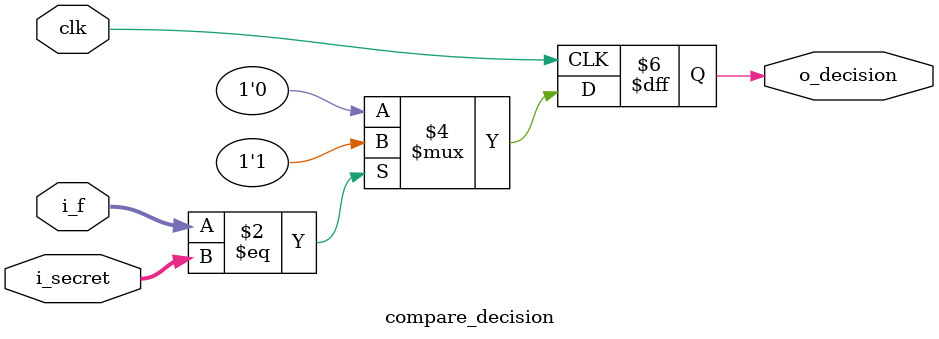
<source format=sv>
`timescale 1ns / 1ps


module compare_decision #
    (
        parameter DATA_W = 32
    )
    (
        input                     clk,
        input        [DATA_W-1:0] i_f,
        input        [DATA_W-1:0] i_secret,
        output logic              o_decision
    );
    
    always_ff @(posedge clk) begin
        if (i_f == i_secret)
            o_decision <= 1'b1;
        else
            o_decision <= 1'b0;
    end
endmodule

</source>
